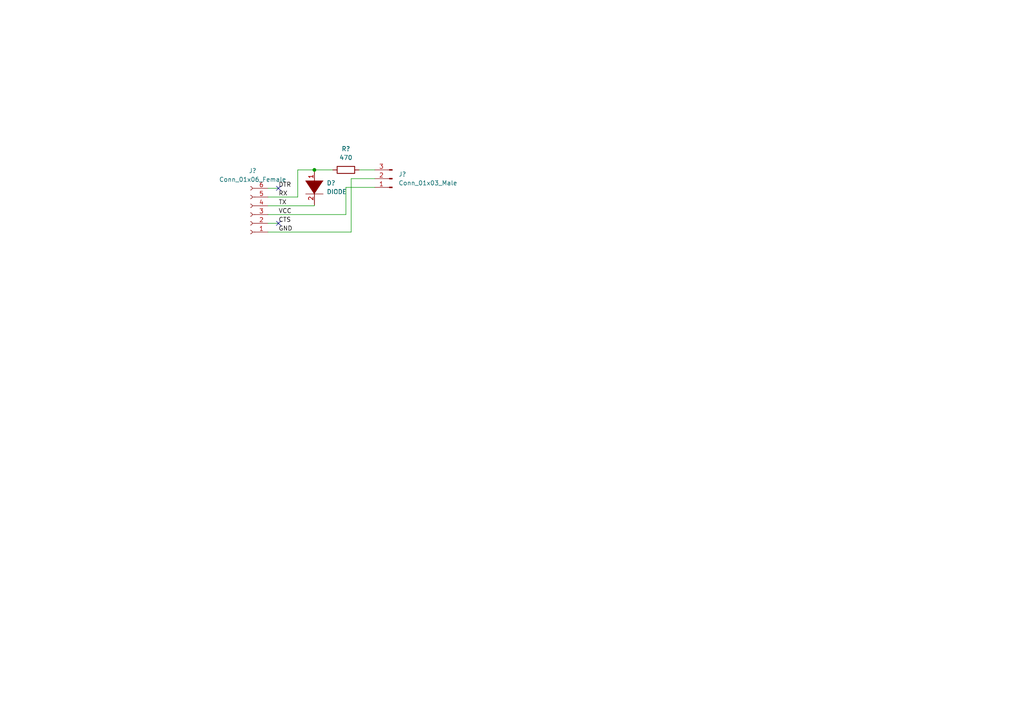
<source format=kicad_sch>
(kicad_sch (version 20211123) (generator eeschema)
  (paper "A4")
  (lib_symbols
    (symbol "Connector:Conn_01x03_Male" (pin_names (offset 1.016) hide)
      (property "Reference" "J" (at 0 5.08 0))
      (property "Value" "Conn_01x03_Male" (at 0 -5.08 0))
      (symbol "Conn_01x03_Male_1_1"
        (polyline (pts (xy 1.27 -2.54) (xy 0.8636 -2.54)) (stroke (width 0.1524)))
        (polyline (pts (xy 1.27 0) (xy 0.8636 0)) (stroke (width 0.1524)))
        (polyline (pts (xy 1.27 2.54) (xy 0.8636 2.54)) (stroke (width 0.1524)))
        (rectangle (start 0.8636 -2.413) (end 0 -2.667) (stroke (width 0.1524)) (fill (type outline)))
        (rectangle (start 0.8636 0.127) (end 0 -0.127) (stroke (width 0.1524)) (fill (type outline)))
        (rectangle (start 0.8636 2.667) (end 0 2.413) (stroke (width 0.1524)) (fill (type outline)))
        (pin passive line (at 5.08 2.54 180) (length 3.81) (name "Pin_1") (number "1"))
        (pin passive line (at 5.08 0 180) (length 3.81) (name "Pin_2") (number "2"))
        (pin passive line (at 5.08 -2.54 180) (length 3.81) (name "Pin_3") (number "3"))
      )
    )
    (symbol "Connector:Conn_01x06_Female" (pin_names (offset 1.016) hide)
      (property "Reference" "J" (at 0 7.62 0))
      (property "Value" "Conn_01x06_Female" (at 0 -10.16 0))
      (symbol "Conn_01x06_Female_1_1"
        (arc (start 0 -7.112) (mid -0.508 -7.62) (end 0 -8.128) (stroke (width 0.1524)))
        (arc (start 0 -4.572) (mid -0.508 -5.08) (end 0 -5.588) (stroke (width 0.1524)))
        (arc (start 0 -2.032) (mid -0.508 -2.54) (end 0 -3.048) (stroke (width 0.1524)))
        (polyline (pts (xy -1.27 -7.62) (xy -0.508 -7.62)) (stroke (width 0.1524)))
        (polyline (pts (xy -1.27 -5.08) (xy -0.508 -5.08)) (stroke (width 0.1524)))
        (polyline (pts (xy -1.27 -2.54) (xy -0.508 -2.54)) (stroke (width 0.1524)))
        (polyline (pts (xy -1.27 0) (xy -0.508 0)) (stroke (width 0.1524)))
        (polyline (pts (xy -1.27 2.54) (xy -0.508 2.54)) (stroke (width 0.1524)))
        (polyline (pts (xy -1.27 5.08) (xy -0.508 5.08)) (stroke (width 0.1524)))
        (arc (start 0 0.508) (mid -0.508 0) (end 0 -0.508) (stroke (width 0.1524)))
        (arc (start 0 3.048) (mid -0.508 2.54) (end 0 2.032) (stroke (width 0.1524)))
        (arc (start 0 5.588) (mid -0.508 5.08) (end 0 4.572) (stroke (width 0.1524)))
        (pin passive line (at -5.08 5.08 0) (length 3.81) (name "Pin_1") (number "1"))
        (pin passive line (at -5.08 2.54 0) (length 3.81) (name "Pin_2") (number "2"))
        (pin passive line (at -5.08 0 0) (length 3.81) (name "Pin_3") (number "3"))
        (pin passive line (at -5.08 -2.54 0) (length 3.81) (name "Pin_4") (number "4"))
        (pin passive line (at -5.08 -5.08 0) (length 3.81) (name "Pin_5") (number "5"))
        (pin passive line (at -5.08 -7.62 0) (length 3.81) (name "Pin_6") (number "6"))
      )
    )
    (symbol "Device:R" (pin_numbers hide) (pin_names (offset 0))
      (property "Reference" "R" (at 2.032 0 90))
      (property "Value" "R" (at 0 0 90))
      (symbol "R_0_1"
        (rectangle (start -1.016 -2.54) (end 1.016 2.54) (stroke (width 0.254)))
      )
      (symbol "R_1_1"
        (pin passive line (at 0 3.81 270) (length 1.27) (name "~") (number "1"))
        (pin passive line (at 0 -3.81 90) (length 1.27) (name "~") (number "2"))
      )
    )
    (symbol "pspice:DIODE" (pin_names (offset 1.016) hide)
      (property "Reference" "D" (at 0 3.81 0))
      (property "Value" "DIODE" (at 0 -4.445 0))
      (symbol "DIODE_0_1"
        (polyline (pts (xy 1.905 2.54) (xy 1.905 -2.54)))
        (polyline (pts (xy -1.905 2.54) (xy -1.905 -2.54) (xy 1.905 0)) (fill (type outline)))
      )
      (symbol "DIODE_1_1"
        (pin input line (at -5.08 0 0) (length 3.81) (name "K") (number "1"))
        (pin input line (at 5.08 0 180) (length 3.81) (name "A") (number "2"))
      )
    )
  )
  (junction (at 91.186 49.276))
  (no_connect (at 80.772 64.77))
  (no_connect (at 80.772 54.61))
  (wire (pts (xy 77.724 64.77) (xy 80.772 64.77)))
  (wire (pts (xy 108.712 51.816) (xy 101.854 51.816)))
  (wire (pts (xy 91.186 59.69) (xy 91.186 59.436)))
  (wire (pts (xy 101.854 51.816) (xy 101.854 67.31)))
  (wire (pts (xy 86.36 49.276) (xy 91.186 49.276)))
  (wire (pts (xy 77.724 57.15) (xy 86.36 57.15)))
  (wire (pts (xy 100.33 62.23) (xy 100.33 54.356)))
  (wire (pts (xy 77.724 67.31) (xy 101.854 67.31)))
  (wire (pts (xy 77.724 59.69) (xy 91.186 59.69)))
  (wire (pts (xy 86.36 57.15) (xy 86.36 49.276)))
  (wire (pts (xy 100.33 54.356) (xy 108.712 54.356)))
  (wire (pts (xy 77.724 62.23) (xy 100.33 62.23)))
  (wire (pts (xy 91.186 49.276) (xy 96.52 49.276)))
  (wire (pts (xy 104.14 49.276) (xy 108.712 49.276)))
  (wire (pts (xy 77.724 54.61) (xy 80.772 54.61)))
  (label "RX" (at 80.772 57.15 0))
  (label "CTS" (at 80.772 64.77 0))
  (label "GND" (at 80.772 67.31 0))
  (label "TX" (at 80.772 59.69 0))
  (label "DTR" (at 80.772 54.61 0))
  (label "VCC" (at 80.772 62.23 0))
  (symbol (lib_id "Device:R") (at 100.33 49.276 90) (unit 1)
    (property "Reference" "R?" (at 100.33 43.18 90))
    (property "Value" "470" (at 100.33 45.72 90))
  )
  (symbol (lib_id "Connector:Conn_01x03_Male") (at 113.792 51.816 180) (unit 1)
    (property "Reference" "J?" (at 115.57 50.5459 0) (effects (justify right)))
    (property "Value" "Conn_01x03_Male" (at 115.57 53.0859 0) (effects (justify right)))
  )
  (symbol (lib_id "Connector:Conn_01x06_Female") (at 72.644 62.23 180) (unit 1)
    (property "Reference" "J?" (at 73.279 49.53 0))
    (property "Value" "Conn_01x06_Female" (at 73.279 52.07 0))
  )
  (symbol (lib_id "pspice:DIODE") (at 91.186 54.356 270) (unit 1)
    (property "Reference" "D?" (at 94.742 53.0859 90) (effects (justify left)))
    (property "Value" "DIODE" (at 94.742 55.6259 90) (effects (justify left)))
  )
)
</source>
